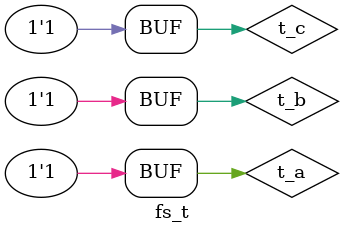
<source format=v>
module fs_t();

reg t_a, t_b,t_c;
wire t_y,t_x;
fs my_gate(t_y,t_x,t_a,t_b,t_c);
initial
begin
	t_a=1'b0;
	t_b=1'b0;
	t_c=1'b0;
	#10
	$monitor("A= %b B = %b C = %b Y = %b X = %b",t_a,t_b,t_c,t_y,t_x);
	
	t_a=1'b0;
	t_b=1'b0;
	t_c=1'b1;
	#10

	t_a=1'b0;
	t_b=1'b1;
	t_c=1'b0;
	#10
	
	t_a=1'b0;
	t_b=1'b1;
	t_c=1'b1;
	#10
	
	t_a=1'b1;
	t_b=1'b0;
	t_c=1'b0;
	#10
	
	t_a=1'b1;
	t_b=1'b0;
	t_c=1'b1;
	#10
	
	t_a=1'b1;
	t_b=1'b1;
	t_c=1'b0;
	#10
	
	t_a=1'b1;
	t_b=1'b1;
	t_c=1'b1;
	

	
	
end
endmodule
</source>
